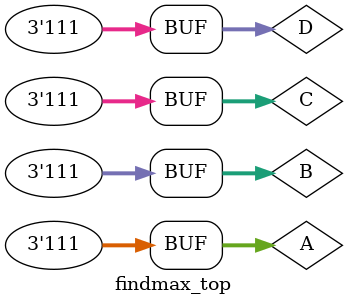
<source format=v>
module findmax_top;

    // Inputs
    reg [2:0] A;
    reg [2:0] B;
    reg [2:0] C;
    reg [2:0] D;
    
    // Outputs
    wire [1:0] index;

    // Instantion of the get index module
    get_index INDEX(A, B, C, D, index);

    // Initialising the inputs
    initial begin
        A = 1; B = 2; C = 3; D = 4; 
        #1 
        $display("\n");
        A = 2; B = 7; C = 5; D = 3;
        #1 
        $display("\n");
        A = 7; B = 0; C = 5; D = 3;
        #1 
        $display("\n");
        A = 2; B = 1; C = 6; D = 3;
        #1 
        $display("\n");
        A = 7; B = 7; C = 5; D = 3;
        #1 
        $display("\n");
        A = 2; B = 7; C = 7; D = 3;
        #1 
        $display("\n");
        A = 1; B = 6; C = 5; D = 6;
        #1 
        $display("\n");
        A = 6; B = 6; C = 5; D = 5;
        #1 
        $display("\n");
        A = 7; B = 7; C = 7; D = 3;
        #1 
        $display("\n");
        A = 7; B = 7; C = 7; D = 7;
        #1 
        $display("\n");
    end

    // Displaying the final output
    always @ (A or B or C or D or index) begin
        $display("<%d>: A = %b, B = %b, C = %b, D = %b, index = %b",$time,A,B,C,D,index);
    end

endmodule

</source>
